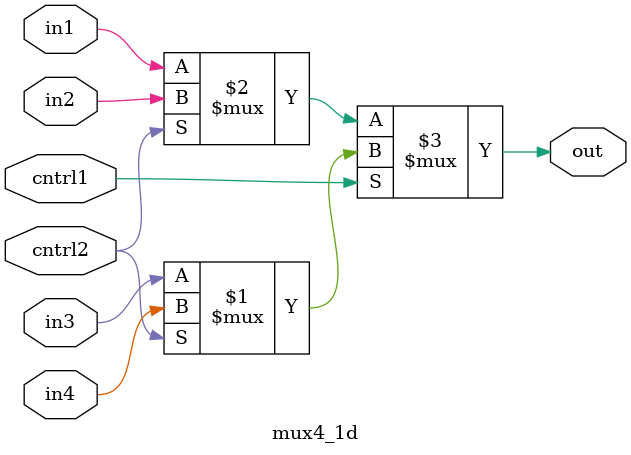
<source format=v>
module mux4_1d(out,in1,in2,in3,in4,cntrl1,cntrl2);
output out;
input in1,in2,in3,in4,cntrl1,cntrl2;
assign out=cntrl1 ? (cntrl2 ? in4:in3):(cntrl2 ? in2:in1);
endmodule

</source>
